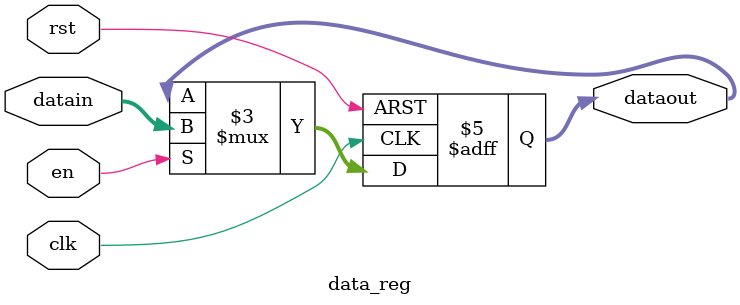
<source format=v>
`timescale 1ns / 1ps


module data_reg #(parameter WIDTH = 32)
   (input clk,
    input en,
    input rst,
    input [WIDTH-1:0] datain,
    output reg [WIDTH-1:0] dataout
    );
    always@(posedge clk or posedge rst)
    begin
        if(rst)
            dataout = 0;
        else if(en)
            dataout = datain;
        else
            dataout = dataout;
    end
endmodule

</source>
